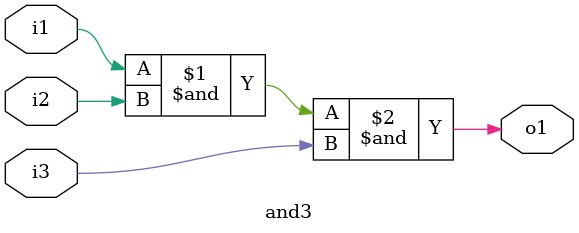
<source format=v>
`timescale 1ns / 1ps


module and3(input i1, i2, i3,
            output o1);
    assign o1 = i1 & i2 & i3;
endmodule

</source>
